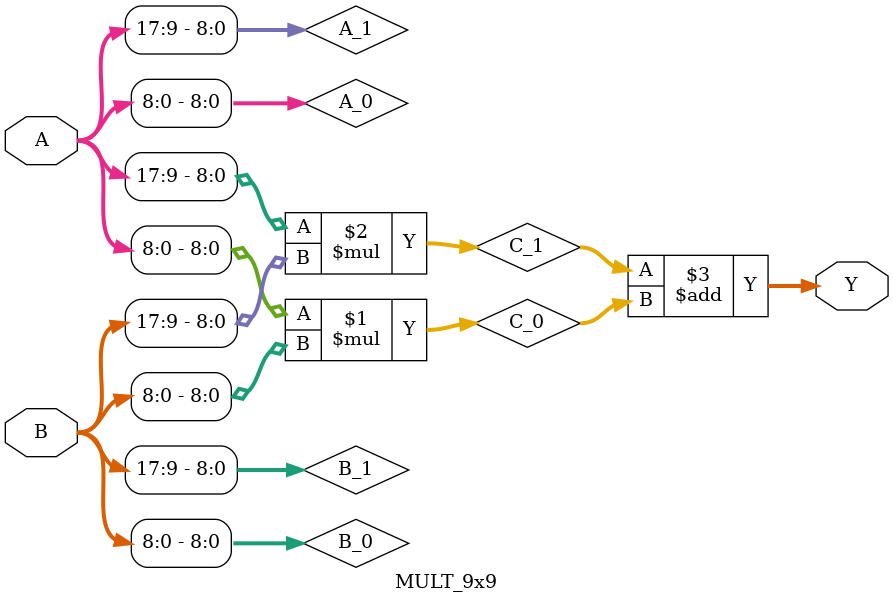
<source format=v>
(* techmap_celltype = "$mul $__mul $__MULT9X9" *)
module MULT_9x9(
        input [17:0] A,
        input [17:0] B,
        output [35:0] Y
 );
parameter A_w = 0;
parameter B_w = 0;
parameter A_SIGNED = 0;
parameter B_SIGNED = 0;
parameter A_WIDTH = 1;
parameter B_WIDTH = 1;
parameter Y_WIDTH = 1;
wire signed [17:0] C_0;
wire signed [17:0] C_1;

wire signed [8:0] A_0 = A[8:0];
wire signed [8:0] B_0 = B[8:0];
wire signed [8:0] A_1 = A[17:9];
wire signed [8:0] B_1 = B[17:9];

assign C_0 = A_0 * B_0;
assign C_1 = A_1 * B_1;
/*
assign C_0 = A[8:0] * B[8:0];
assign C_1 = A[17:9] * B[17:9];
assign C_2 = A[26:18] * B[26:18];
assign C_3 = A[35:27] * B[35:27];
assign C_4 = A[44:36] * B[44:36];
assign C_5 = A[53:45] * B[53:45];
*/
/* bitwidth:45,$add:3?? error
wire [44:0] C_0_shifted = {{18{1'b0}}, {C_0}, {9{1'b0}}};
wire [44:0] C_1_shifted = {{18{1'b0}}, {C_1}, {9{1'b0}}};
wire [44:0] C_2_shifted = {{18{1'b0}}, {C_2}, {9{1'b0}}};
wire [44:0] C_3_shifted = {{C_3}, {27{1'b0}}};
wire [44:0] C_4_shifted = {{C_4}, {27{1'b0}}};
wire [44:0] C_5_shifted = {{C_5}, {27{1'b0}}};

assign P = C_5_shifted + C_4_shifted + C_3_shifted + C_2_shifted + C_1_shifted + C_0_shifted;
*/
/* no $shl
wire [26:0] C_0_shifted = {{C_0}, {9{1'b0}}};
wire [26:0] C_1_shifted = {{C_1}, {9{1'b0}}};
wire [26:0] C_2_shifted = {{C_2}, {9{1'b0}}};
wire [44:0] C_3_shifted = {{C_3}, {27{1'b0}}};
wire [44:0] C_4_shifted = {{C_4}, {27{1'b0}}};
wire [44:0] C_5_shifted = {{C_5}, {27{1'b0}}};

assign P = {{(C_5_shifted + C_4_shifted + C_3_shifted)},{(C_2_shifted + C_1_shifted + C_0_shifted)}};
*/
/*
wire [26:0] C_0_shifted =  C_0 << 9;
wire [26:0] C_1_shifted =  C_1 << 9;
wire [26:0] C_2_shifted =  C_2 << 9;
wire [44:0] C_3_shifted =  C_3 << 27;
wire [44:0] C_4_shifted =  C_4 << 27;
wire [44:0] C_5_shifted =  C_5 << 27;

assign P = {{(C_5_shifted + C_4_shifted + C_3_shifted)},{(C_2_shifted + C_1_shifted + C_0_shifted)}};*/

//assign Y = {(C_5 + C_4 + C_3),(C_2 + C_1 + C_0)};

//assign Y[44:24] = 0;
assign Y = C_1 + C_0;

// assign  Y = {(C_5 + C_4 + C_3),{6{0}},(C_2 + C_1 + C_0)};

endmodule


</source>
